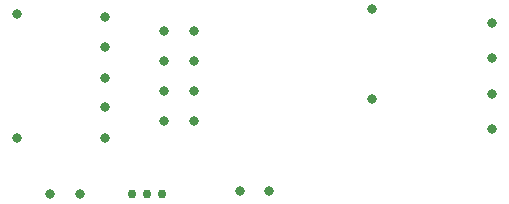
<source format=gbr>
%TF.GenerationSoftware,KiCad,Pcbnew,6.0.11-2627ca5db0~126~ubuntu20.04.1*%
%TF.CreationDate,2024-03-17T04:55:24-05:00*%
%TF.ProjectId,WaterFlowCounter,57617465-7246-46c6-9f77-436f756e7465,rev?*%
%TF.SameCoordinates,Original*%
%TF.FileFunction,Plated,1,2,PTH,Drill*%
%TF.FilePolarity,Positive*%
%FSLAX46Y46*%
G04 Gerber Fmt 4.6, Leading zero omitted, Abs format (unit mm)*
G04 Created by KiCad (PCBNEW 6.0.11-2627ca5db0~126~ubuntu20.04.1) date 2024-03-17 04:55:24*
%MOMM*%
%LPD*%
G01*
G04 APERTURE LIST*
%TA.AperFunction,ComponentDrill*%
%ADD10C,0.750000*%
%TD*%
%TA.AperFunction,ComponentDrill*%
%ADD11C,0.800000*%
%TD*%
G04 APERTURE END LIST*
D10*
%TO.C,U2*%
X140222400Y-122547600D03*
X141492400Y-122547600D03*
X142762400Y-122547600D03*
D11*
%TO.C,J1*%
X130472600Y-107261600D03*
X130472600Y-117761600D03*
%TO.C,C1*%
X133288600Y-122555200D03*
X135788600Y-122555200D03*
%TO.C,J1*%
X137919200Y-107522800D03*
X137944600Y-110113600D03*
X137944600Y-112681600D03*
X137944600Y-115193600D03*
X137972600Y-117761600D03*
%TO.C,U1*%
X142951400Y-108737600D03*
X142951400Y-111277600D03*
X142951400Y-113817600D03*
X142951400Y-116357600D03*
X145491400Y-108737600D03*
X145491400Y-111277600D03*
X145491400Y-113817600D03*
X145491400Y-116357600D03*
%TO.C,C2*%
X149346800Y-122275800D03*
X151846800Y-122275800D03*
%TO.C,D1*%
X160502800Y-106883400D03*
X160502800Y-114503400D03*
%TO.C,J2*%
X170737400Y-108048300D03*
X170737400Y-111048300D03*
X170737400Y-114048300D03*
X170737400Y-117048300D03*
M02*

</source>
